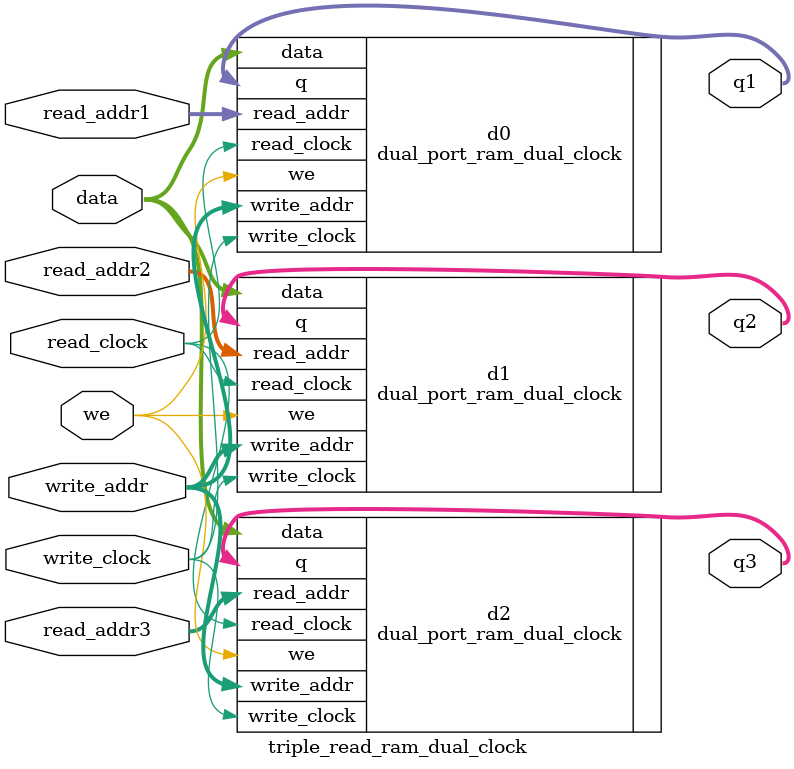
<source format=sv>
module triple_read_ram_dual_clock
#(parameter DATA_WIDTH=16, parameter ADDR_WIDTH=10)
(
	input [(DATA_WIDTH-1):0] data,
	input [(ADDR_WIDTH-1):0] read_addr1, read_addr2, read_addr3, write_addr,
	input we, read_clock, write_clock,
	output reg [(DATA_WIDTH-1):0] q1, q2, q3
);

dual_port_ram_dual_clock
#(.DATA_WIDTH(16), .ADDR_WIDTH(10))
	d0
(
	.data(data),
	.read_addr(read_addr1), 
	.write_addr(write_addr),
	.we(we), 
	.read_clock(read_clock), 
	.write_clock(write_clock),
	.q(q1)
);

dual_port_ram_dual_clock
#(.DATA_WIDTH(16), .ADDR_WIDTH(10))
	d1
(
	.data(data),
	.read_addr(read_addr2), 
	.write_addr(write_addr),
	.we(we), 
	.read_clock(read_clock), 
	.write_clock(write_clock),
	.q(q2)
);

dual_port_ram_dual_clock
#(.DATA_WIDTH(16), .ADDR_WIDTH(10))
	d2
(
	.data(data),
	.read_addr(read_addr3), 
	.write_addr(write_addr),
	.we(we), 
	.read_clock(read_clock), 
	.write_clock(write_clock),
	.q(q3)
);


	
endmodule
</source>
